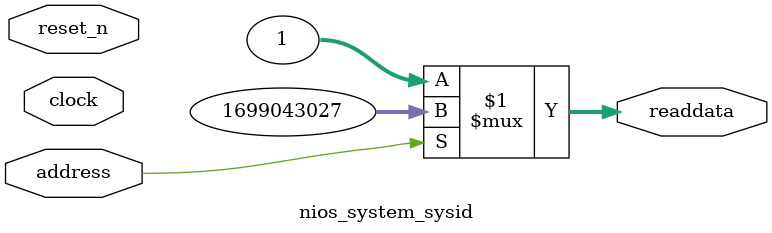
<source format=v>



// synthesis translate_off
`timescale 1ns / 1ps
// synthesis translate_on

// turn off superfluous verilog processor warnings 
// altera message_level Level1 
// altera message_off 10034 10035 10036 10037 10230 10240 10030 

module nios_system_sysid (
               // inputs:
                address,
                clock,
                reset_n,

               // outputs:
                readdata
             )
;

  output  [ 31: 0] readdata;
  input            address;
  input            clock;
  input            reset_n;

  wire    [ 31: 0] readdata;
  //control_slave, which is an e_avalon_slave
  assign readdata = address ? 1699043027 : 1;

endmodule



</source>
